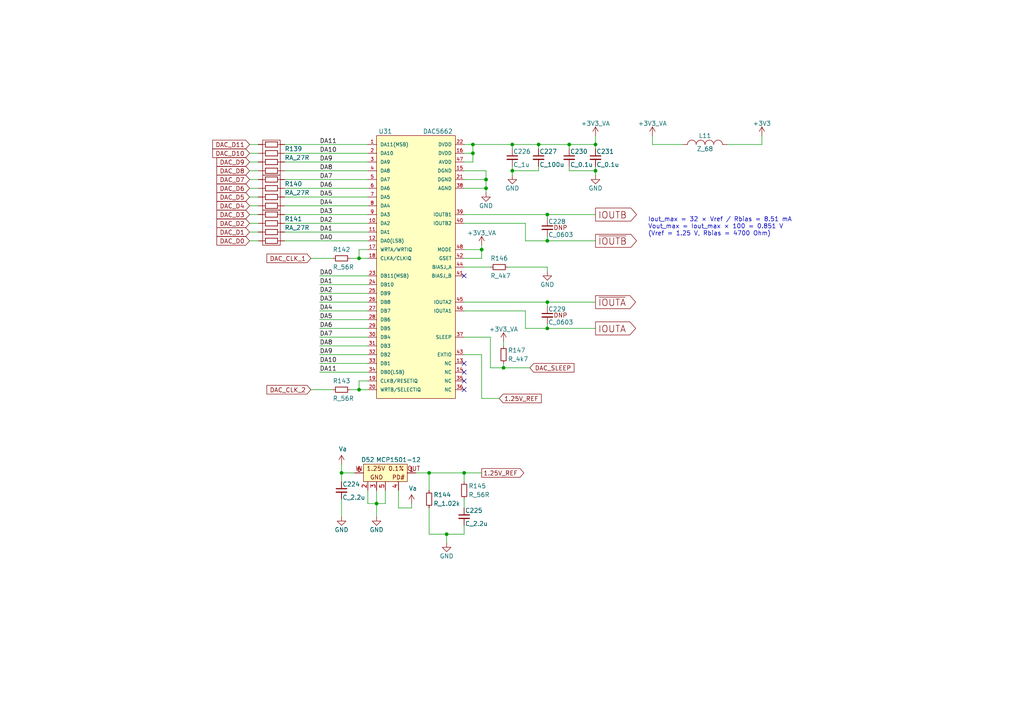
<source format=kicad_sch>
(kicad_sch (version 20250114) (generator "eeschema") (generator_version "9.0")
  (paper "A4")
  (title_block (rev "v2") (comment 1 "Copyright Dejan Priversek 2017"))
  (lib_symbols
    (symbol "GND_1" (power) (pin_names (offset 0))
      (property "Value" "GND" (at 0 -3.81 0))
      (symbol "GND_1_0_1"
        (polyline (pts (xy 0 0) (xy 0 -1.27) (xy 1.27 -1.27) (xy 0 -2.54) (xy -1.27 -1.27) (xy 0 -1.27)))
      )
      (symbol "GND_1_1_1"
        (pin power_in line (at 0 0 270) (length 0) (hide yes) (name "GND") (number "1"))
      )
    )
    (symbol "GND_10" (power) (pin_names (offset 0))
      (property "Value" "GND" (at 0 -3.81 0))
      (symbol "GND_10_0_1"
        (polyline (pts (xy 0 0) (xy 0 -1.27) (xy 1.27 -1.27) (xy 0 -2.54) (xy -1.27 -1.27) (xy 0 -1.27)))
      )
      (symbol "GND_10_1_1"
        (pin power_in line (at 0 0 270) (length 0) (hide yes) (name "GND") (number "1"))
      )
    )
    (symbol "GND_11" (power) (pin_names (offset 0))
      (property "Value" "GND" (at 0 -3.81 0))
      (symbol "GND_11_0_1"
        (polyline (pts (xy 0 0) (xy 0 -1.27) (xy 1.27 -1.27) (xy 0 -2.54) (xy -1.27 -1.27) (xy 0 -1.27)))
      )
      (symbol "GND_11_1_1"
        (pin power_in line (at 0 0 270) (length 0) (hide yes) (name "GND") (number "1"))
      )
    )
    (symbol "GND_12" (power) (pin_names (offset 0))
      (property "Value" "GND" (at 0 -3.81 0))
      (symbol "GND_12_0_1"
        (polyline (pts (xy 0 0) (xy 0 -1.27) (xy 1.27 -1.27) (xy 0 -2.54) (xy -1.27 -1.27) (xy 0 -1.27)))
      )
      (symbol "GND_12_1_1"
        (pin power_in line (at 0 0 270) (length 0) (hide yes) (name "GND") (number "1"))
      )
    )
    (symbol "GND_13" (power) (pin_names (offset 0))
      (property "Value" "GND" (at 0 -3.81 0))
      (symbol "GND_13_0_1"
        (polyline (pts (xy 0 0) (xy 0 -1.27) (xy 1.27 -1.27) (xy 0 -2.54) (xy -1.27 -1.27) (xy 0 -1.27)))
      )
      (symbol "GND_13_1_1"
        (pin power_in line (at 0 0 270) (length 0) (hide yes) (name "GND") (number "1"))
      )
    )
    (symbol "GND_14" (power) (pin_names (offset 0))
      (property "Value" "GND" (at 0 -3.81 0))
      (symbol "GND_14_0_1"
        (polyline (pts (xy 0 0) (xy 0 -1.27) (xy 1.27 -1.27) (xy 0 -2.54) (xy -1.27 -1.27) (xy 0 -1.27)))
      )
      (symbol "GND_14_1_1"
        (pin power_in line (at 0 0 270) (length 0) (hide yes) (name "GND") (number "1"))
      )
    )
    (symbol "GND_2" (power) (pin_names (offset 0))
      (property "Value" "GND" (at 0 -3.81 0))
      (symbol "GND_2_0_1"
        (polyline (pts (xy 0 0) (xy 0 -1.27) (xy 1.27 -1.27) (xy 0 -2.54) (xy -1.27 -1.27) (xy 0 -1.27)))
      )
      (symbol "GND_2_1_1"
        (pin power_in line (at 0 0 270) (length 0) (hide yes) (name "GND") (number "1"))
      )
    )
    (symbol "GND_3" (power) (pin_names (offset 0))
      (property "Value" "GND" (at 0 -3.81 0))
      (symbol "GND_3_0_1"
        (polyline (pts (xy 0 0) (xy 0 -1.27) (xy 1.27 -1.27) (xy 0 -2.54) (xy -1.27 -1.27) (xy 0 -1.27)))
      )
      (symbol "GND_3_1_1"
        (pin power_in line (at 0 0 270) (length 0) (hide yes) (name "GND") (number "1"))
      )
    )
    (symbol "GND_4" (power) (pin_names (offset 0))
      (property "Value" "GND" (at 0 -3.81 0))
      (symbol "GND_4_0_1"
        (polyline (pts (xy 0 0) (xy 0 -1.27) (xy 1.27 -1.27) (xy 0 -2.54) (xy -1.27 -1.27) (xy 0 -1.27)))
      )
      (symbol "GND_4_1_1"
        (pin power_in line (at 0 0 270) (length 0) (hide yes) (name "GND") (number "1"))
      )
    )
    (symbol "GND_5" (power) (pin_names (offset 0))
      (property "Value" "GND" (at 0 -3.81 0))
      (symbol "GND_5_0_1"
        (polyline (pts (xy 0 0) (xy 0 -1.27) (xy 1.27 -1.27) (xy 0 -2.54) (xy -1.27 -1.27) (xy 0 -1.27)))
      )
      (symbol "GND_5_1_1"
        (pin power_in line (at 0 0 270) (length 0) (hide yes) (name "GND") (number "1"))
      )
    )
    (symbol "GND_6" (power) (pin_names (offset 0))
      (property "Value" "GND" (at 0 -3.81 0))
      (symbol "GND_6_0_1"
        (polyline (pts (xy 0 0) (xy 0 -1.27) (xy 1.27 -1.27) (xy 0 -2.54) (xy -1.27 -1.27) (xy 0 -1.27)))
      )
      (symbol "GND_6_1_1"
        (pin power_in line (at 0 0 270) (length 0) (hide yes) (name "GND") (number "1"))
      )
    )
    (symbol "GND_7" (power) (pin_names (offset 0))
      (property "Value" "GND" (at 0 -3.81 0))
      (symbol "GND_7_0_1"
        (polyline (pts (xy 0 0) (xy 0 -1.27) (xy 1.27 -1.27) (xy 0 -2.54) (xy -1.27 -1.27) (xy 0 -1.27)))
      )
      (symbol "GND_7_1_1"
        (pin power_in line (at 0 0 270) (length 0) (hide yes) (name "GND") (number "1"))
      )
    )
    (symbol "GND_8" (power) (pin_names (offset 0))
      (property "Value" "GND" (at 0 -3.81 0))
      (symbol "GND_8_0_1"
        (polyline (pts (xy 0 0) (xy 0 -1.27) (xy 1.27 -1.27) (xy 0 -2.54) (xy -1.27 -1.27) (xy 0 -1.27)))
      )
      (symbol "GND_8_1_1"
        (pin power_in line (at 0 0 270) (length 0) (hide yes) (name "GND") (number "1"))
      )
    )
    (symbol "GND_9" (power) (pin_names (offset 0))
      (property "Value" "GND" (at 0 -3.81 0))
      (symbol "GND_9_0_1"
        (polyline (pts (xy 0 0) (xy 0 -1.27) (xy 1.27 -1.27) (xy 0 -2.54) (xy -1.27 -1.27) (xy 0 -1.27)))
      )
      (symbol "GND_9_1_1"
        (pin power_in line (at 0 0 270) (length 0) (hide yes) (name "GND") (number "1"))
      )
    )
    (symbol "ScopefunParts:+3.3V" (power) (pin_names (offset 0))
      (property "Value" "+3.3V" (at 0 3.556 0))
      (symbol "+3.3V_0_1"
        (polyline (pts (xy -0.762 1.27) (xy 0 2.54)))
        (polyline (pts (xy 0 2.54) (xy 0.762 1.27)))
        (polyline (pts (xy 0 0) (xy 0 2.54)))
      )
      (symbol "+3.3V_1_1"
        (pin power_in line (at 0 0 90) (length 0) (hide yes) (name "+3V3") (number "1"))
      )
    )
    (symbol "ScopefunParts:+3.3V_VA" (power) (pin_names (offset 0))
      (property "Value" "+3.3V_VA" (at 0 3.556 0))
      (symbol "+3.3V_VA_0_1"
        (polyline (pts (xy -0.762 1.27) (xy 0 2.54)))
        (polyline (pts (xy 0 2.54) (xy 0.762 1.27)))
        (polyline (pts (xy 0 0) (xy 0 2.54)))
      )
      (symbol "+3.3V_VA_1_1"
        (pin power_in line (at 0 0 90) (length 0) (hide yes) (name "+3V3_VA") (number "1"))
      )
    )
    (symbol "ScopefunParts:+Va" (power) (pin_names (offset 0))
      (property "Value" "+Va" (at 0 3.556 0))
      (symbol "+Va_0_1"
        (polyline (pts (xy -0.762 1.27) (xy 0 2.54)))
        (polyline (pts (xy 0 2.54) (xy 0.762 1.27)))
        (polyline (pts (xy 0 0) (xy 0 2.54)))
      )
      (symbol "+Va_1_1"
        (pin power_in line (at 0 0 90) (length 0) (hide yes) (name "Va") (number "1"))
      )
    )
    (symbol "ScopefunParts:C_0.1u" (pin_numbers (hide yes)) (pin_names (offset 0.254) (hide yes))
      (property "Reference" "C" (at 0.254 1.778 0))
      (property "Value" "C_0.1u" (at 0.254 -2.032 0))
      (symbol "C_0.1u_0_1"
        (polyline (pts (xy -1.524 0.508) (xy 1.524 0.508)) (stroke (width 0.3048)))
        (polyline (pts (xy -1.524 -0.508) (xy 1.524 -0.508)) (stroke (width 0.3302)))
      )
      (symbol "C_0.1u_1_1"
        (pin passive line (at 0 2.54 270) (length 1.905) (name "~") (number "1"))
        (pin passive line (at 0 -2.54 90) (length 2.032) (name "~") (number "2"))
      )
    )
    (symbol "ScopefunParts:C_0603" (pin_numbers (hide yes)) (pin_names (offset 0.254) (hide yes))
      (property "Reference" "C" (at 0.254 1.778 0))
      (property "Value" "C_0603" (at 0.254 -2.032 0))
      (symbol "C_0603_0_0"
        (text "DNP" (at 3.81 0 0) (effects (font (size 1.27 1.27))))
      )
      (symbol "C_0603_0_1"
        (polyline (pts (xy -1.524 0.508) (xy 1.524 0.508)) (stroke (width 0.3048)))
        (polyline (pts (xy -1.524 -0.508) (xy 1.524 -0.508)) (stroke (width 0.3302)))
      )
      (symbol "C_0603_1_1"
        (pin passive line (at 0 2.54 270) (length 1.905) (name "~") (number "1"))
        (pin passive line (at 0 -2.54 90) (length 2.032) (name "~") (number "2"))
      )
    )
    (symbol "ScopefunParts:C_100u" (pin_numbers (hide yes)) (pin_names (offset 0.254) (hide yes))
      (property "Reference" "C" (at 0.254 1.778 0))
      (property "Value" "C_100u" (at 0.254 -2.032 0))
      (symbol "C_100u_0_1"
        (polyline (pts (xy -1.524 0.508) (xy 1.524 0.508)) (stroke (width 0.3048)))
        (polyline (pts (xy -1.524 -0.508) (xy 1.524 -0.508)) (stroke (width 0.3302)))
      )
      (symbol "C_100u_1_1"
        (pin passive line (at 0 2.54 270) (length 1.905) (name "~") (number "1"))
        (pin passive line (at 0 -2.54 90) (length 2.032) (name "~") (number "2"))
      )
    )
    (symbol "ScopefunParts:C_1u" (pin_numbers (hide yes)) (pin_names (offset 0.254) (hide yes))
      (property "Reference" "C" (at 0.254 1.778 0))
      (property "Value" "C_1u" (at 0.254 -2.032 0))
      (symbol "C_1u_0_1"
        (polyline (pts (xy -1.524 0.508) (xy 1.524 0.508)) (stroke (width 0.3048)))
        (polyline (pts (xy -1.524 -0.508) (xy 1.524 -0.508)) (stroke (width 0.3302)))
      )
      (symbol "C_1u_1_1"
        (pin passive line (at 0 2.54 270) (length 1.905) (name "~") (number "1"))
        (pin passive line (at 0 -2.54 90) (length 2.032) (name "~") (number "2"))
      )
    )
    (symbol "ScopefunParts:C_2.2u" (pin_numbers (hide yes)) (pin_names (offset 0.254) (hide yes))
      (property "Reference" "C" (at 0.254 1.778 0))
      (property "Value" "C_2.2u" (at 0.254 -2.032 0))
      (symbol "C_2.2u_0_1"
        (polyline (pts (xy -1.524 0.508) (xy 1.524 0.508)) (stroke (width 0.3048)))
        (polyline (pts (xy -1.524 -0.508) (xy 1.524 -0.508)) (stroke (width 0.3302)))
      )
      (symbol "C_2.2u_1_1"
        (pin passive line (at 0 2.54 270) (length 1.905) (name "~") (number "1"))
        (pin passive line (at 0 -2.54 90) (length 2.032) (name "~") (number "2"))
      )
    )
    (symbol "ScopefunParts:DAC5662" (pin_names (offset 1.016))
      (property "Reference" "U" (at -8.89 34.29 0))
      (property "Value" "DAC5662" (at 6.35 34.29 0))
      (symbol "DAC5662_1_1"
        (rectangle (start -11.43 33.02) (end 11.43 -43.18) (fill (type background)))
        (pin input line (at -13.97 30.48 0) (length 2.54) (name "DA11(MSB)") (number "1"))
        (pin input line (at -13.97 27.94 0) (length 2.54) (name "DA10") (number "2"))
        (pin input line (at -13.97 25.4 0) (length 2.54) (name "DA9") (number "3"))
        (pin input line (at -13.97 22.86 0) (length 2.54) (name "DA8") (number "4"))
        (pin input line (at -13.97 20.32 0) (length 2.54) (name "DA7") (number "5"))
        (pin input line (at -13.97 17.78 0) (length 2.54) (name "DA6") (number "6"))
        (pin input line (at -13.97 15.24 0) (length 2.54) (name "DA5") (number "7"))
        (pin input line (at -13.97 12.7 0) (length 2.54) (name "DA4") (number "8"))
        (pin input line (at -13.97 10.16 0) (length 2.54) (name "DA3") (number "9"))
        (pin input line (at -13.97 7.62 0) (length 2.54) (name "DA2") (number "10"))
        (pin input line (at -13.97 5.08 0) (length 2.54) (name "DA1") (number "11"))
        (pin input line (at -13.97 2.54 0) (length 2.54) (name "DA0(LSB)") (number "12"))
        (pin input line (at -13.97 0 0) (length 2.54) (name "WRTA/WRTIQ") (number "17"))
        (pin input line (at -13.97 -2.54 0) (length 2.54) (name "CLKA/CLKIQ") (number "18"))
        (pin input line (at -13.97 -7.62 0) (length 2.54) (name "DB11(MSB)") (number "23"))
        (pin input line (at -13.97 -10.16 0) (length 2.54) (name "DB10") (number "24"))
        (pin input line (at -13.97 -12.7 0) (length 2.54) (name "DB9") (number "25"))
        (pin input line (at -13.97 -15.24 0) (length 2.54) (name "DB8") (number "26"))
        (pin input line (at -13.97 -17.78 0) (length 2.54) (name "DB7") (number "27"))
        (pin input line (at -13.97 -20.32 0) (length 2.54) (name "DB6") (number "28"))
        (pin input line (at -13.97 -22.86 0) (length 2.54) (name "DB5") (number "29"))
        (pin input line (at -13.97 -25.4 0) (length 2.54) (name "DB4") (number "30"))
        (pin input line (at -13.97 -27.94 0) (length 2.54) (name "DB3") (number "31"))
        (pin input line (at -13.97 -30.48 0) (length 2.54) (name "DB2") (number "32"))
        (pin input line (at -13.97 -33.02 0) (length 2.54) (name "DB1") (number "33"))
        (pin input line (at -13.97 -35.56 0) (length 2.54) (name "DB0(LSB)") (number "34"))
        (pin input line (at -13.97 -38.1 0) (length 2.54) (name "CLKB/RESETIQ") (number "19"))
        (pin input line (at -13.97 -40.64 0) (length 2.54) (name "WRTB/SELECTIQ") (number "20"))
        (pin power_in line (at 13.97 30.48 180) (length 2.54) (name "DVDD") (number "22"))
        (pin power_in line (at 13.97 27.94 180) (length 2.54) (name "DVDD") (number "16"))
        (pin power_in line (at 13.97 25.4 180) (length 2.54) (name "AVDD") (number "47"))
        (pin power_in line (at 13.97 22.86 180) (length 2.54) (name "DGND") (number "15"))
        (pin power_in line (at 13.97 20.32 180) (length 2.54) (name "DGND") (number "21"))
        (pin power_in line (at 13.97 17.78 180) (length 2.54) (name "AGND") (number "38"))
        (pin output line (at 13.97 10.16 180) (length 2.54) (name "IOUTB1") (number "39"))
        (pin output line (at 13.97 7.62 180) (length 2.54) (name "IOUTB2") (number "40"))
        (pin input line (at 13.97 0 180) (length 2.54) (name "MODE") (number "48"))
        (pin input line (at 13.97 -2.54 180) (length 2.54) (name "GSET") (number "42"))
        (pin input line (at 13.97 -5.08 180) (length 2.54) (name "BIASJ_A") (number "44"))
        (pin input line (at 13.97 -7.62 180) (length 2.54) (name "BIASJ_B") (number "41"))
        (pin output line (at 13.97 -15.24 180) (length 2.54) (name "IOUTA2") (number "45"))
        (pin output line (at 13.97 -17.78 180) (length 2.54) (name "IOUTA1") (number "46"))
        (pin input line (at 13.97 -25.4 180) (length 2.54) (name "SLEEP") (number "37"))
        (pin bidirectional line (at 13.97 -30.48 180) (length 2.54) (name "EXTIO") (number "43"))
        (pin unspecified line (at 13.97 -33.02 180) (length 2.54) (name "NC") (number "13"))
        (pin unspecified line (at 13.97 -35.56 180) (length 2.54) (name "NC") (number "14"))
        (pin unspecified line (at 13.97 -38.1 180) (length 2.54) (name "NC") (number "35"))
        (pin unspecified line (at 13.97 -40.64 180) (length 2.54) (name "NC") (number "36"))
      )
    )
    (symbol "ScopefunParts:MCP1501-12" (pin_names (offset 0) (hide yes))
      (property "Reference" "D" (at -5.08 3.81 0))
      (property "Value" "MCP1501-12" (at 3.81 3.81 0))
      (symbol "MCP1501-12_0_0"
        (text "IN" (at -7.62 1.27 0) (effects (font (size 1.27 1.27))))
        (text "GND" (at -2.54 -1.27 0) (effects (font (size 1.1938 1.1938))))
        (text "1.25V 0.1%" (at 0 1.27 0) (effects (font (size 1.27 1.27))))
        (text "PD#" (at 3.81 -1.27 0) (effects (font (size 1.1938 1.1938))))
        (text "OUT" (at 6.35 1.27 0) (effects (font (size 1.27 1.27)) (justify left)))
      )
      (symbol "MCP1501-12_0_1"
        (rectangle (start -6.35 2.54) (end 6.35 -2.54) (fill (type background)))
      )
      (symbol "MCP1501-12_1_1"
        (pin power_in line (at -8.89 0 0) (length 2.54) (name "VDD") (number "6"))
        (pin power_in line (at -5.08 -5.08 90) (length 2.54) (name "GND") (number "2"))
        (pin power_in line (at -2.54 -5.08 90) (length 2.54) (name "GND") (number "3"))
        (pin power_in line (at 0 -5.08 90) (length 2.54) (name "GND") (number "5"))
        (pin power_in line (at 3.81 -5.08 90) (length 2.54) (name "SHDN#") (number "4"))
        (pin output line (at 8.89 0 180) (length 2.54) (name "OUT") (number "1"))
      )
    )
    (symbol "ScopefunParts:RA_27R" (pin_numbers (hide yes)) (pin_names (offset 0.254) (hide yes))
      (property "Reference" "R" (at 3.175 5.08 0))
      (property "Value" "RA_27R" (at 3.175 2.54 0))
      (symbol "RA_27R_0_1"
        (rectangle (start -2.54 5.08) (end 2.54 -5.08))
        (polyline (pts (xy -1.905 3.81) (xy -2.54 3.81)))
        (polyline (pts (xy -1.905 1.27) (xy -2.54 1.27)))
        (polyline (pts (xy -1.905 -1.27) (xy -2.54 -1.27)))
        (polyline (pts (xy -1.905 -3.81) (xy -2.54 -3.81)))
        (rectangle (start -1.778 4.572) (end 1.778 3.048) (stroke (width 0.2032)))
        (rectangle (start -1.778 2.032) (end 1.778 0.508) (stroke (width 0.2032)))
        (rectangle (start -1.778 -0.508) (end 1.778 -2.032) (stroke (width 0.2032)))
        (rectangle (start -1.778 -3.048) (end 1.778 -4.572) (stroke (width 0.2032)))
        (polyline (pts (xy 1.905 -1.27) (xy 3.175 -1.27) (xy 2.54 -1.27)))
        (polyline (pts (xy 1.905 -3.81) (xy 2.54 -3.81)))
        (polyline (pts (xy 2.54 3.81) (xy 1.905 3.81)))
        (polyline (pts (xy 2.54 1.27) (xy 1.905 1.27)))
      )
      (symbol "RA_27R_1_1"
        (pin passive line (at -3.81 3.81 0) (length 1.27) (name "~") (number "8"))
        (pin passive line (at -3.81 1.27 0) (length 1.27) (name "~") (number "7"))
        (pin passive line (at -3.81 -1.27 0) (length 1.27) (name "~") (number "6"))
        (pin passive line (at -3.81 -3.81 0) (length 1.27) (name "~") (number "5"))
        (pin passive line (at 3.81 3.81 180) (length 1.27) (name "~") (number "1"))
        (pin passive line (at 3.81 1.27 180) (length 1.27) (name "~") (number "2"))
        (pin passive line (at 3.81 -1.27 180) (length 1.27) (name "~") (number "3"))
        (pin passive line (at 3.81 -3.81 180) (length 1.27) (name "~") (number "4"))
      )
    )
    (symbol "ScopefunParts:R_1.02k" (pin_numbers (hide yes)) (pin_names (offset 0.254) (hide yes))
      (property "Reference" "R" (at 1.27 1.27 0))
      (property "Value" "R_1.02k" (at 1.27 -1.27 0))
      (symbol "R_1.02k_0_1"
        (rectangle (start -0.762 1.778) (end 0.762 -1.778) (stroke (width 0.2032)))
      )
      (symbol "R_1.02k_1_1"
        (pin passive line (at 0 2.54 270) (length 0.762) (name "~") (number "1"))
        (pin passive line (at 0 -2.54 90) (length 0.762) (name "~") (number "2"))
      )
    )
    (symbol "ScopefunParts:R_4k7" (pin_numbers (hide yes)) (pin_names (offset 0.254) (hide yes))
      (property "Reference" "R" (at 1.27 1.27 0))
      (property "Value" "R_4k7" (at 1.27 -1.27 0))
      (symbol "R_4k7_0_1"
        (rectangle (start -0.762 1.778) (end 0.762 -1.778) (stroke (width 0.2032)))
      )
      (symbol "R_4k7_1_1"
        (pin passive line (at 0 2.54 270) (length 0.762) (name "~") (number "1"))
        (pin passive line (at 0 -2.54 90) (length 0.762) (name "~") (number "2"))
      )
    )
    (symbol "ScopefunParts:R_56R" (pin_numbers (hide yes)) (pin_names (offset 0.254) (hide yes))
      (property "Reference" "R" (at 1.27 1.27 0))
      (property "Value" "R_56R" (at 1.27 -1.27 0))
      (symbol "R_56R_0_1"
        (rectangle (start -0.762 1.778) (end 0.762 -1.778) (stroke (width 0.2032)))
      )
      (symbol "R_56R_1_1"
        (pin passive line (at 0 2.54 270) (length 0.762) (name "~") (number "1"))
        (pin passive line (at 0 -2.54 90) (length 0.762) (name "~") (number "2"))
      )
    )
    (symbol "ScopefunParts:Z_68" (pin_numbers (hide yes)) (pin_names (offset 0) (hide yes))
      (property "Reference" "L" (at 0 2.54 0))
      (property "Value" "Z_68" (at 0 -1.27 0))
      (symbol "Z_68_0_1"
        (arc (start -5.08 0) (mid -3.81 1.27) (end -2.54 0))
        (arc (start -2.54 0) (mid -1.27 1.27) (end 0 0))
        (arc (start 0 0) (mid 1.27 1.27) (end 2.54 0))
        (arc (start 2.54 0) (mid 3.81 1.27) (end 5.08 0))
      )
      (symbol "Z_68_1_1"
        (pin passive line (at -6.35 0 0) (length 1.27) (name "1") (number "1"))
        (pin passive line (at 6.35 0 180) (length 1.27) (name "2") (number "2"))
      )
    )
  )
  (text "Iout_max = 32 × Vref / Rbias = 8.51 mA\nVout_max = Iout_max × 100 = 0.851 V\n(Vref = 1.25 V, Rbias = 4700 Ohm)" (at 187.96 68.58 0) (effects (font (size 1.27 1.27)) (justify left bottom)))
  (junction (at 104.14 113.03))
  (junction (at 146.05 106.68))
  (junction (at 148.59 49.53))
  (junction (at 129.54 154.94))
  (junction (at 148.59 41.91))
  (junction (at 158.75 62.23))
  (junction (at 104.14 74.93))
  (junction (at 158.75 69.85))
  (junction (at 172.72 49.53))
  (junction (at 158.75 95.25))
  (junction (at 137.16 41.91))
  (junction (at 165.1 41.91))
  (junction (at 109.22 146.05))
  (junction (at 158.75 87.63))
  (junction (at 137.16 44.45))
  (junction (at 156.21 41.91))
  (junction (at 140.97 54.61))
  (junction (at 99.06 137.16))
  (junction (at 172.72 41.91))
  (junction (at 134.62 137.16))
  (junction (at 139.7 72.39))
  (junction (at 124.46 137.16))
  (junction (at 140.97 52.07))
  (no_connect (at 134.62 110.49))
  (no_connect (at 134.62 107.95))
  (no_connect (at 134.62 113.03))
  (no_connect (at 134.62 80.01))
  (no_connect (at 134.62 105.41))
  (wire (pts (xy 148.59 41.91) (xy 156.21 41.91)))
  (wire (pts (xy 92.71 80.01) (xy 106.68 80.01)))
  (wire (pts (xy 137.16 41.91) (xy 137.16 44.45)))
  (wire (pts (xy 172.72 48.26) (xy 172.72 49.53)))
  (wire (pts (xy 158.75 93.98) (xy 158.75 95.25)))
  (wire (pts (xy 111.76 146.05) (xy 111.76 142.24)))
  (wire (pts (xy 115.57 142.24) (xy 115.57 147.32)))
  (wire (pts (xy 172.72 49.53) (xy 172.72 50.8)))
  (wire (pts (xy 72.39 49.53) (xy 74.93 49.53)))
  (wire (pts (xy 134.62 52.07) (xy 140.97 52.07)))
  (wire (pts (xy 92.71 92.71) (xy 106.68 92.71)))
  (wire (pts (xy 139.7 102.87) (xy 139.7 115.57)))
  (wire (pts (xy 156.21 41.91) (xy 165.1 41.91)))
  (wire (pts (xy 106.68 72.39) (xy 104.14 72.39)))
  (wire (pts (xy 82.55 64.77) (xy 106.68 64.77)))
  (wire (pts (xy 119.38 147.32) (xy 119.38 146.05)))
  (wire (pts (xy 134.62 54.61) (xy 140.97 54.61)))
  (wire (pts (xy 72.39 59.69) (xy 74.93 59.69)))
  (wire (pts (xy 92.71 100.33) (xy 106.68 100.33)))
  (wire (pts (xy 148.59 48.26) (xy 148.59 49.53)))
  (wire (pts (xy 82.55 41.91) (xy 106.68 41.91)))
  (wire (pts (xy 139.7 74.93) (xy 134.62 74.93)))
  (wire (pts (xy 72.39 41.91) (xy 74.93 41.91)))
  (wire (pts (xy 148.59 41.91) (xy 148.59 43.18)))
  (wire (pts (xy 92.71 105.41) (xy 106.68 105.41)))
  (wire (pts (xy 142.24 106.68) (xy 146.05 106.68)))
  (wire (pts (xy 101.6 74.93) (xy 104.14 74.93)))
  (wire (pts (xy 134.62 87.63) (xy 158.75 87.63)))
  (wire (pts (xy 140.97 49.53) (xy 140.97 52.07)))
  (wire (pts (xy 72.39 54.61) (xy 74.93 54.61)))
  (wire (pts (xy 120.65 137.16) (xy 124.46 137.16)))
  (wire (pts (xy 106.68 146.05) (xy 109.22 146.05)))
  (wire (pts (xy 124.46 137.16) (xy 134.62 137.16)))
  (wire (pts (xy 129.54 154.94) (xy 134.62 154.94)))
  (wire (pts (xy 140.97 54.61) (xy 140.97 55.88)))
  (wire (pts (xy 148.59 49.53) (xy 148.59 50.8)))
  (wire (pts (xy 172.72 39.37) (xy 172.72 41.91)))
  (wire (pts (xy 129.54 157.48) (xy 129.54 154.94)))
  (wire (pts (xy 146.05 106.68) (xy 153.67 106.68)))
  (wire (pts (xy 82.55 69.85) (xy 106.68 69.85)))
  (wire (pts (xy 142.24 97.79) (xy 142.24 106.68)))
  (wire (pts (xy 137.16 44.45) (xy 137.16 46.99)))
  (wire (pts (xy 158.75 69.85) (xy 172.72 69.85)))
  (wire (pts (xy 92.71 90.17) (xy 106.68 90.17)))
  (wire (pts (xy 134.62 137.16) (xy 139.7 137.16)))
  (wire (pts (xy 124.46 142.24) (xy 124.46 137.16)))
  (wire (pts (xy 104.14 74.93) (xy 106.68 74.93)))
  (wire (pts (xy 109.22 146.05) (xy 109.22 149.86)))
  (wire (pts (xy 137.16 41.91) (xy 148.59 41.91)))
  (wire (pts (xy 134.62 144.78) (xy 134.62 147.32)))
  (wire (pts (xy 158.75 87.63) (xy 172.72 87.63)))
  (wire (pts (xy 152.4 69.85) (xy 158.75 69.85)))
  (wire (pts (xy 82.55 49.53) (xy 106.68 49.53)))
  (wire (pts (xy 134.62 139.7) (xy 134.62 137.16)))
  (wire (pts (xy 82.55 46.99) (xy 106.68 46.99)))
  (wire (pts (xy 82.55 67.31) (xy 106.68 67.31)))
  (wire (pts (xy 92.71 97.79) (xy 106.68 97.79)))
  (wire (pts (xy 106.68 110.49) (xy 104.14 110.49)))
  (wire (pts (xy 72.39 69.85) (xy 74.93 69.85)))
  (wire (pts (xy 139.7 72.39) (xy 139.7 74.93)))
  (wire (pts (xy 101.6 113.03) (xy 104.14 113.03)))
  (wire (pts (xy 165.1 41.91) (xy 165.1 43.18)))
  (wire (pts (xy 92.71 95.25) (xy 106.68 95.25)))
  (wire (pts (xy 72.39 44.45) (xy 74.93 44.45)))
  (wire (pts (xy 146.05 99.06) (xy 146.05 100.33)))
  (wire (pts (xy 82.55 52.07) (xy 106.68 52.07)))
  (wire (pts (xy 158.75 95.25) (xy 172.72 95.25)))
  (wire (pts (xy 92.71 82.55) (xy 106.68 82.55)))
  (wire (pts (xy 156.21 49.53) (xy 156.21 48.26)))
  (wire (pts (xy 96.52 74.93) (xy 90.17 74.93)))
  (wire (pts (xy 72.39 64.77) (xy 74.93 64.77)))
  (wire (pts (xy 104.14 113.03) (xy 106.68 113.03)))
  (wire (pts (xy 99.06 137.16) (xy 99.06 139.7)))
  (wire (pts (xy 92.71 107.95) (xy 106.68 107.95)))
  (wire (pts (xy 134.62 77.47) (xy 142.24 77.47)))
  (wire (pts (xy 99.06 137.16) (xy 102.87 137.16)))
  (wire (pts (xy 104.14 72.39) (xy 104.14 74.93)))
  (wire (pts (xy 134.62 154.94) (xy 134.62 152.4)))
  (wire (pts (xy 72.39 57.15) (xy 74.93 57.15)))
  (wire (pts (xy 158.75 78.74) (xy 158.75 77.47)))
  (wire (pts (xy 189.23 41.91) (xy 198.12 41.91)))
  (wire (pts (xy 92.71 102.87) (xy 106.68 102.87)))
  (wire (pts (xy 134.62 64.77) (xy 152.4 64.77)))
  (wire (pts (xy 156.21 49.53) (xy 148.59 49.53)))
  (wire (pts (xy 124.46 147.32) (xy 124.46 154.94)))
  (wire (pts (xy 139.7 71.12) (xy 139.7 72.39)))
  (wire (pts (xy 139.7 102.87) (xy 134.62 102.87)))
  (wire (pts (xy 220.98 39.37) (xy 220.98 41.91)))
  (wire (pts (xy 142.24 97.79) (xy 134.62 97.79)))
  (wire (pts (xy 172.72 41.91) (xy 172.72 43.18)))
  (wire (pts (xy 189.23 39.37) (xy 189.23 41.91)))
  (wire (pts (xy 104.14 110.49) (xy 104.14 113.03)))
  (wire (pts (xy 82.55 57.15) (xy 106.68 57.15)))
  (wire (pts (xy 220.98 41.91) (xy 210.82 41.91)))
  (wire (pts (xy 152.4 64.77) (xy 152.4 69.85)))
  (wire (pts (xy 158.75 68.58) (xy 158.75 69.85)))
  (wire (pts (xy 109.22 146.05) (xy 111.76 146.05)))
  (wire (pts (xy 124.46 154.94) (xy 129.54 154.94)))
  (wire (pts (xy 115.57 147.32) (xy 119.38 147.32)))
  (wire (pts (xy 72.39 46.99) (xy 74.93 46.99)))
  (wire (pts (xy 82.55 62.23) (xy 106.68 62.23)))
  (wire (pts (xy 140.97 52.07) (xy 140.97 54.61)))
  (wire (pts (xy 152.4 90.17) (xy 152.4 95.25)))
  (wire (pts (xy 134.62 72.39) (xy 139.7 72.39)))
  (wire (pts (xy 156.21 43.18) (xy 156.21 41.91)))
  (wire (pts (xy 140.97 49.53) (xy 134.62 49.53)))
  (wire (pts (xy 72.39 62.23) (xy 74.93 62.23)))
  (wire (pts (xy 92.71 87.63) (xy 106.68 87.63)))
  (wire (pts (xy 146.05 105.41) (xy 146.05 106.68)))
  (wire (pts (xy 158.75 77.47) (xy 147.32 77.47)))
  (wire (pts (xy 92.71 85.09) (xy 106.68 85.09)))
  (wire (pts (xy 82.55 59.69) (xy 106.68 59.69)))
  (wire (pts (xy 134.62 62.23) (xy 158.75 62.23)))
  (wire (pts (xy 158.75 62.23) (xy 172.72 62.23)))
  (wire (pts (xy 99.06 134.62) (xy 99.06 137.16)))
  (wire (pts (xy 139.7 115.57) (xy 144.78 115.57)))
  (wire (pts (xy 72.39 52.07) (xy 74.93 52.07)))
  (wire (pts (xy 106.68 146.05) (xy 106.68 142.24)))
  (wire (pts (xy 72.39 67.31) (xy 74.93 67.31)))
  (wire (pts (xy 134.62 90.17) (xy 152.4 90.17)))
  (wire (pts (xy 158.75 87.63) (xy 158.75 88.9)))
  (wire (pts (xy 96.52 113.03) (xy 90.17 113.03)))
  (wire (pts (xy 152.4 95.25) (xy 158.75 95.25)))
  (wire (pts (xy 158.75 63.5) (xy 158.75 62.23)))
  (wire (pts (xy 165.1 49.53) (xy 172.72 49.53)))
  (wire (pts (xy 82.55 54.61) (xy 106.68 54.61)))
  (wire (pts (xy 134.62 41.91) (xy 137.16 41.91)))
  (wire (pts (xy 137.16 46.99) (xy 134.62 46.99)))
  (wire (pts (xy 137.16 44.45) (xy 134.62 44.45)))
  (wire (pts (xy 165.1 49.53) (xy 165.1 48.26)))
  (wire (pts (xy 82.55 44.45) (xy 106.68 44.45)))
  (wire (pts (xy 109.22 142.24) (xy 109.22 146.05)))
  (wire (pts (xy 165.1 41.91) (xy 172.72 41.91)))
  (wire (pts (xy 99.06 149.86) (xy 99.06 144.78)))
  (label "DA7" (at 92.71 52.07 0))
  (label "DA5" (at 92.71 92.71 0))
  (label "DA7" (at 92.71 97.79 0))
  (label "DA2" (at 92.71 85.09 0))
  (label "DA0" (at 92.71 80.01 0))
  (label "DA4" (at 92.71 59.69 0))
  (label "DA1" (at 92.71 82.55 0))
  (label "DA8" (at 92.71 49.53 0))
  (label "DA8" (at 92.71 100.33 0))
  (label "DA11" (at 92.71 41.91 0))
  (label "DA5" (at 92.71 57.15 0))
  (label "DA10" (at 92.71 44.45 0))
  (label "DA6" (at 92.71 95.25 0))
  (label "DA0" (at 92.71 69.85 0))
  (label "DA3" (at 92.71 62.23 0))
  (label "DA4" (at 92.71 90.17 0))
  (label "DA1" (at 92.71 67.31 0))
  (label "DA10" (at 92.71 105.41 0))
  (label "DA11" (at 92.71 107.95 0))
  (label "DA9" (at 92.71 102.87 0))
  (label "DA2" (at 92.71 64.77 0))
  (label "DA3" (at 92.71 87.63 0))
  (label "DA6" (at 92.71 54.61 0))
  (label "DA9" (at 92.71 46.99 0))
  (global_label "DAC_D3" (shape input) (at 72.39 62.23 180) (property "Intersheetrefs" "${INTERSHEET_REFS}" (effects (hide yes))))
  (global_label "DAC_D6" (shape input) (at 72.39 54.61 180) (property "Intersheetrefs" "${INTERSHEET_REFS}" (effects (hide yes))))
  (global_label "DAC_D0" (shape input) (at 72.39 69.85 180) (property "Intersheetrefs" "${INTERSHEET_REFS}" (effects (hide yes))))
  (global_label "DAC_D1" (shape input) (at 72.39 67.31 180) (property "Intersheetrefs" "${INTERSHEET_REFS}" (effects (hide yes))))
  (global_label "DAC_D7" (shape input) (at 72.39 52.07 180) (property "Intersheetrefs" "${INTERSHEET_REFS}" (effects (hide yes))))
  (global_label "DAC_D4" (shape input) (at 72.39 59.69 180) (property "Intersheetrefs" "${INTERSHEET_REFS}" (effects (hide yes))))
  (global_label "~{IOUTB}" (shape output) (at 172.72 69.85 0) (effects (font (size 1.905 1.905))) (property "Intersheetrefs" "${INTERSHEET_REFS}" (effects (hide yes))))
  (global_label "IOUTA" (shape output) (at 172.72 95.25 0) (effects (font (size 1.905 1.905))) (property "Intersheetrefs" "${INTERSHEET_REFS}" (effects (hide yes))))
  (global_label "IOUTB" (shape output) (at 172.72 62.23 0) (effects (font (size 1.905 1.905))) (property "Intersheetrefs" "${INTERSHEET_REFS}" (effects (hide yes))))
  (global_label "DAC_D5" (shape input) (at 72.39 57.15 180) (property "Intersheetrefs" "${INTERSHEET_REFS}" (effects (hide yes))))
  (global_label "DAC_SLEEP" (shape input) (at 153.67 106.68 0) (property "Intersheetrefs" "${INTERSHEET_REFS}" (effects (hide yes))))
  (global_label "DAC_D2" (shape input) (at 72.39 64.77 180) (property "Intersheetrefs" "${INTERSHEET_REFS}" (effects (hide yes))))
  (global_label "1.25V_REF" (shape input) (at 144.78 115.57 0) (property "Intersheetrefs" "${INTERSHEET_REFS}" (effects (hide yes))))
  (global_label "DAC_CLK_2" (shape input) (at 90.17 113.03 180) (property "Intersheetrefs" "${INTERSHEET_REFS}" (effects (hide yes))))
  (global_label "DAC_D10" (shape input) (at 72.39 44.45 180) (property "Intersheetrefs" "${INTERSHEET_REFS}" (effects (hide yes))))
  (global_label "DAC_D11" (shape input) (at 72.39 41.91 180) (property "Intersheetrefs" "${INTERSHEET_REFS}" (effects (hide yes))))
  (global_label "~{IOUTA}" (shape output) (at 172.72 87.63 0) (effects (font (size 1.905 1.905))) (property "Intersheetrefs" "${INTERSHEET_REFS}" (effects (hide yes))))
  (global_label "DAC_D8" (shape input) (at 72.39 49.53 180) (property "Intersheetrefs" "${INTERSHEET_REFS}" (effects (hide yes))))
  (global_label "1.25V_REF" (shape output) (at 139.7 137.16 0) (property "Intersheetrefs" "${INTERSHEET_REFS}" (effects (hide yes))))
  (global_label "DAC_D9" (shape input) (at 72.39 46.99 180) (property "Intersheetrefs" "${INTERSHEET_REFS}" (effects (hide yes))))
  (global_label "DAC_CLK_1" (shape input) (at 90.17 74.93 180) (property "Intersheetrefs" "${INTERSHEET_REFS}" (effects (hide yes))))
  (symbol (lib_id "ScopefunParts:DAC5662") (at 120.65 72.39 0) (unit 1)
    (property "Reference" "U31" (at 111.76 38.1 0))
    (property "Value" "DAC5662" (at 127 38.1 0))
    (property "Footprint" "ScopefunPackagesLibrary:S-PQFP-G48" (effects (hide yes)))
    (property "Datasheet" "http://www.ti.com/lit/ds/symlink/dac5662.pdf" (effects (hide yes)))
    (property "MFG Part#" "DAC5662IPFB" (effects (hide yes)))
    (property "Description" "DAC 12 bit 275 MSPS Dual DAC" (effects (hide yes)))
  )
  (symbol (lib_name "GND_12") (lib_id "Scopefun_v2-rescue:GND") (at 140.97 55.88 0) (unit 1)
    (property "Reference" "#PWR0352" (effects (hide yes)))
    (property "Value" "GND" (at 140.97 59.69 0))
  )
  (symbol (lib_id "ScopefunParts:C_0.1u") (at 172.72 45.72 0) (unit 1)
    (property "Reference" "C231" (at 172.974 43.942 0) (effects (justify left)))
    (property "Value" "C_0.1u" (at 172.974 47.752 0) (effects (justify left)))
    (property "Footprint" "ScopefunPackagesLibrary:C_0603" (effects (hide yes)))
    (property "MFG Part#" "C0603C104K4RACTU" (effects (hide yes)))
    (property "Description" "MLCC - SMD/SMT 0603 16V X7R 10%" (effects (hide yes)))
  )
  (symbol (lib_name "GND_13") (lib_id "Scopefun_v2-rescue:GND") (at 148.59 50.8 0) (unit 1)
    (property "Reference" "#PWR0353" (effects (hide yes)))
    (property "Value" "GND" (at 148.59 54.61 0))
  )
  (symbol (lib_id "ScopefunParts:C_0.1u") (at 165.1 45.72 0) (unit 1)
    (property "Reference" "C230" (at 165.354 43.942 0) (effects (justify left)))
    (property "Value" "C_0.1u" (at 165.354 47.752 0) (effects (justify left)))
    (property "Footprint" "ScopefunPackagesLibrary:C_0603" (effects (hide yes)))
    (property "MFG Part#" "C0603C104K4RACTU" (effects (hide yes)))
    (property "Description" "MLCC - SMD/SMT 0603 16V X7R 10%" (effects (hide yes)))
  )
  (symbol (lib_name "GND_11") (lib_id "Scopefun_v2-rescue:GND") (at 158.75 78.74 0) (unit 1)
    (property "Reference" "#PWR0354" (effects (hide yes)))
    (property "Value" "GND" (at 158.75 82.55 0))
  )
  (symbol (lib_id "ScopefunParts:R_4k7") (at 146.05 102.87 0) (unit 1)
    (property "Reference" "R147" (at 147.32 101.6 0) (effects (justify left)))
    (property "Value" "R_4k7" (at 147.32 104.14 0) (effects (justify left)))
    (property "Footprint" "ScopefunPackagesLibrary:R_0603" (effects (hide yes)))
    (property "Datasheet" "http://industrial.panasonic.com/cdbs/www-data/pdf/AOA0000/AOA0000CE2.pdf" (effects (hide yes)))
    (property "MFG Part#" "ERJ-3EKF4701V" (effects (hide yes)))
    (property "Description" "RES SMD 1% 1/10W 0603" (effects (hide yes)))
  )
  (symbol (lib_id "ScopefunParts:C_100u") (at 156.21 45.72 0) (unit 1)
    (property "Reference" "C227" (at 156.464 43.942 0) (effects (justify left)))
    (property "Value" "C_100u" (at 156.464 47.752 0) (effects (justify left)))
    (property "Footprint" "ScopefunPackagesLibrary:C_1210" (effects (hide yes)))
    (property "Datasheet" "http://datasheets.avx.com/cx5r.pdf" (effects (hide yes)))
    (property "MFG Part#" "12106D107MAT2A" (effects (hide yes)))
    (property "Description" "MLCC - SMD/SMT 1210 6.3V X5R 20%" (effects (hide yes)))
  )
  (symbol (lib_name "GND_10") (lib_id "Scopefun_v2-rescue:GND") (at 172.72 50.8 0) (unit 1)
    (property "Reference" "#PWR0355" (effects (hide yes)))
    (property "Value" "GND" (at 172.72 54.61 0))
  )
  (symbol (lib_id "ScopefunParts:+3.3V_VA") (at 189.23 39.37 0) (mirror y) (unit 1)
    (property "Reference" "#PWR0356" (effects (hide yes)))
    (property "Value" "+3V3_VA" (at 189.23 35.814 0))
  )
  (symbol (lib_id "ScopefunParts:+3.3V") (at 220.98 39.37 0) (mirror y) (unit 1)
    (property "Reference" "#PWR0357" (effects (hide yes)))
    (property "Value" "+3V3" (at 220.98 35.814 0))
  )
  (symbol (lib_id "ScopefunParts:+3.3V_VA") (at 172.72 39.37 0) (unit 1)
    (property "Reference" "#PWR0358" (effects (hide yes)))
    (property "Value" "+3V3_VA" (at 172.72 35.814 0))
  )
  (symbol (lib_id "ScopefunParts:+3.3V_VA") (at 139.7 71.12 0) (unit 1)
    (property "Reference" "#PWR0359" (effects (hide yes)))
    (property "Value" "+3V3_VA" (at 139.7 67.564 0))
  )
  (symbol (lib_id "ScopefunParts:+3.3V_VA") (at 146.05 99.06 0) (unit 1)
    (property "Reference" "#PWR0360" (effects (hide yes)))
    (property "Value" "+3V3_VA" (at 146.05 95.504 0))
  )
  (symbol (lib_id "ScopefunParts:C_1u") (at 148.59 45.72 0) (unit 1)
    (property "Reference" "C226" (at 148.844 43.942 0) (effects (justify left)))
    (property "Value" "C_1u" (at 148.844 47.752 0) (effects (justify left)))
    (property "Footprint" "ScopefunPackagesLibrary:C_0603" (effects (hide yes)))
    (property "MFG Part#" "C0603C105K9PACTU" (effects (hide yes)))
    (property "Description" "MLCC - SMD/SMT 0603 6.3V X5R 10%" (effects (hide yes)))
  )
  (symbol (lib_id "ScopefunParts:Z_68") (at 204.47 41.91 0) (unit 1)
    (property "Reference" "L11" (at 204.47 39.37 0))
    (property "Value" "Z_68" (at 204.47 43.18 0))
    (property "Footprint" "ScopefunPackagesLibrary:L_0805" (effects (hide yes)))
    (property "Datasheet" "https://katalog.we-online.com/pbs/datasheet/782853680.pdf" (effects (hide yes)))
    (property "Description" "FERRITE BEAD 68 OHM 0805 R=25m I=3A" (effects (hide yes)))
    (property "MFG Part#" "782853680" (effects (hide yes)))
  )
  (symbol (lib_id "ScopefunParts:+Va") (at 99.06 134.62 0) (unit 1)
    (property "Reference" "#PWR0361" (effects (hide yes)))
    (property "Value" "Va" (at 99.441 130.2258 0))
  )
  (symbol (lib_id "ScopefunParts:+Va") (at 119.38 146.05 0) (unit 1)
    (property "Reference" "#PWR0362" (effects (hide yes)))
    (property "Value" "Va" (at 119.761 141.6558 0))
  )
  (symbol (lib_name "GND_9") (lib_id "Scopefun_v2-rescue:GND") (at 109.22 149.86 0) (unit 1)
    (property "Reference" "#PWR0363" (effects (hide yes)))
    (property "Value" "GND" (at 109.22 153.67 0))
  )
  (symbol (lib_name "GND_8") (lib_id "Scopefun_v2-rescue:GND") (at 99.06 149.86 0) (unit 1)
    (property "Reference" "#PWR0364" (effects (hide yes)))
    (property "Value" "GND" (at 99.06 153.67 0))
  )
  (symbol (lib_id "ScopefunParts:R_1.02k") (at 124.46 144.78 0) (unit 1)
    (property "Reference" "R144" (at 125.73 143.51 0) (effects (justify left)))
    (property "Value" "R_1.02k" (at 125.73 146.05 0) (effects (justify left)))
    (property "Footprint" "ScopefunPackagesLibrary:R_0603" (effects (hide yes)))
    (property "Datasheet" "http://industrial.panasonic.com/cdbs/www-data/pdf/AOA0000/AOA0000CE2.pdf" (effects (hide yes)))
    (property "MFG Part#" "ERJ-3EKF1021V" (effects (hide yes)))
    (property "Description" "RES SMD 1% 1/10W 0603" (effects (hide yes)))
  )
  (symbol (lib_name "GND_14") (lib_id "Scopefun_v2-rescue:GND") (at 129.54 157.48 0) (unit 1)
    (property "Reference" "#PWR0365" (effects (hide yes)))
    (property "Value" "GND" (at 129.54 161.29 0))
  )
  (symbol (lib_id "ScopefunParts:R_56R") (at 134.62 142.24 0) (unit 1)
    (property "Reference" "R145" (at 135.89 140.97 0) (effects (justify left)))
    (property "Value" "R_56R" (at 135.89 143.51 0) (effects (justify left)))
    (property "Footprint" "ScopefunPackagesLibrary:R_0603" (effects (hide yes)))
    (property "Datasheet" "http://industrial.panasonic.com/cdbs/www-data/pdf/AOA0000/AOA0000CE2.pdf" (effects (hide yes)))
    (property "MFG Part#" "ERJ-3EKF56R0V" (effects (hide yes)))
    (property "Description" "RES SMD 1% 1/10W 0603" (effects (hide yes)))
  )
  (symbol (lib_id "ScopefunParts:C_2.2u") (at 99.06 142.24 0) (unit 1)
    (property "Reference" "C224" (at 99.314 140.462 0) (effects (justify left)))
    (property "Value" "C_2.2u" (at 99.314 144.272 0) (effects (justify left)))
    (property "Footprint" "ScopefunPackagesLibrary:C_0603" (effects (hide yes)))
    (property "MFG Part#" "CC0603MRX5R5BB225" (effects (hide yes)))
    (property "Description" "MLCC - SMD/SMT 0603 6.3V X5R 20%" (effects (hide yes)))
  )
  (symbol (lib_id "ScopefunParts:C_2.2u") (at 134.62 149.86 0) (unit 1)
    (property "Reference" "C225" (at 134.874 148.082 0) (effects (justify left)))
    (property "Value" "C_2.2u" (at 134.874 151.892 0) (effects (justify left)))
    (property "Footprint" "ScopefunPackagesLibrary:C_0603" (effects (hide yes)))
    (property "MFG Part#" "CC0603MRX5R5BB225" (effects (hide yes)))
    (property "Description" "MLCC - SMD/SMT 0603 6.3V X5R 20%" (effects (hide yes)))
  )
  (symbol (lib_id "ScopefunParts:MCP1501-12") (at 111.76 137.16 0) (unit 1)
    (property "Reference" "D52" (at 106.68 133.35 0))
    (property "Value" "MCP1501-12" (at 115.57 133.35 0))
    (property "Footprint" "ScopefunPackagesLibrary:SOT23-6" (effects (hide yes)))
    (property "Datasheet" "http://ww1.microchip.com/downloads/en/DeviceDoc/20005474D.pdf" (effects (hide yes)))
    (property "Description" "1.25V High-Precision Buffered Voltage Reference SOT23-6" (effects (hide yes)))
    (property "MFG Part#" "MCP1501T-12E/CHY" (effects (hide yes)))
  )
  (symbol (lib_id "ScopefunParts:R_56R") (at 99.06 74.93 270) (unit 1)
    (property "Reference" "R142" (at 96.52 72.39 90) (effects (justify left)))
    (property "Value" "R_56R" (at 96.52 77.47 90) (effects (justify left)))
    (property "Footprint" "ScopefunPackagesLibrary:R_0603" (effects (hide yes)))
    (property "Datasheet" "http://industrial.panasonic.com/cdbs/www-data/pdf/AOA0000/AOA0000CE2.pdf" (effects (hide yes)))
    (property "MFG Part#" "ERJ-3EKF56R0V" (effects (hide yes)))
    (property "Description" "RES SMD 1% 1/10W 0603" (effects (hide yes)))
  )
  (symbol (lib_id "ScopefunParts:R_56R") (at 99.06 113.03 270) (unit 1)
    (property "Reference" "R143" (at 96.52 110.49 90) (effects (justify left)))
    (property "Value" "R_56R" (at 96.52 115.57 90) (effects (justify left)))
    (property "Footprint" "ScopefunPackagesLibrary:R_0603" (effects (hide yes)))
    (property "Datasheet" "http://industrial.panasonic.com/cdbs/www-data/pdf/AOA0000/AOA0000CE2.pdf" (effects (hide yes)))
    (property "MFG Part#" "ERJ-3EKF56R0V" (effects (hide yes)))
    (property "Description" "RES SMD 1% 1/10W 0603" (effects (hide yes)))
  )
  (symbol (lib_id "ScopefunParts:RA_27R") (at 78.74 45.72 0) (mirror x) (unit 1)
    (property "Reference" "R139" (at 82.55 43.18 0) (effects (justify left)))
    (property "Value" "RA_27R" (at 82.55 45.72 0) (effects (justify left)))
    (property "Footprint" "ScopefunPackagesLibrary:R_CRA06E" (effects (hide yes)))
    (property "Datasheet" "http://www.yageo.com/documents/recent/PYu-YC_TC_group_51_RoHS_L_5.pdf" (effects (hide yes)))
    (property "MFG Part#" "YC164-JR-0727RL" (effects (hide yes)))
    (property "Description" "RES ARRAY SMD 5% 0.063W 3.2mm x 1.5mm" (effects (hide yes)))
  )
  (symbol (lib_id "ScopefunParts:RA_27R") (at 78.74 55.88 0) (mirror x) (unit 1)
    (property "Reference" "R140" (at 82.55 53.34 0) (effects (justify left)))
    (property "Value" "RA_27R" (at 82.55 55.88 0) (effects (justify left)))
    (property "Footprint" "ScopefunPackagesLibrary:R_CRA06E" (effects (hide yes)))
    (property "Datasheet" "http://www.yageo.com/documents/recent/PYu-YC_TC_group_51_RoHS_L_5.pdf" (effects (hide yes)))
    (property "MFG Part#" "YC164-JR-0727RL" (effects (hide yes)))
    (property "Description" "RES ARRAY SMD 5% 0.063W 3.2mm x 1.5mm" (effects (hide yes)))
  )
  (symbol (lib_id "ScopefunParts:RA_27R") (at 78.74 66.04 0) (mirror x) (unit 1)
    (property "Reference" "R141" (at 82.55 63.5 0) (effects (justify left)))
    (property "Value" "RA_27R" (at 82.55 66.04 0) (effects (justify left)))
    (property "Footprint" "ScopefunPackagesLibrary:R_CRA06E" (effects (hide yes)))
    (property "Datasheet" "http://www.yageo.com/documents/recent/PYu-YC_TC_group_51_RoHS_L_5.pdf" (effects (hide yes)))
    (property "MFG Part#" "YC164-JR-0727RL" (effects (hide yes)))
    (property "Description" "RES ARRAY SMD 5% 0.063W 3.2mm x 1.5mm" (effects (hide yes)))
  )
  (symbol (lib_id "ScopefunParts:C_0603") (at 158.75 66.04 0) (unit 1)
    (property "Reference" "C228" (at 159.004 64.262 0) (effects (justify left)))
    (property "Value" "C_0603" (at 159.004 68.072 0) (effects (justify left)))
    (property "Footprint" "ScopefunPackagesLibrary:C_0603" (effects (hide yes)))
    (property "Description" "Not populated" (effects (hide yes)))
  )
  (symbol (lib_id "ScopefunParts:C_0603") (at 158.75 91.44 0) (unit 1)
    (property "Reference" "C229" (at 159.004 89.662 0) (effects (justify left)))
    (property "Value" "C_0603" (at 159.004 93.472 0) (effects (justify left)))
    (property "Footprint" "ScopefunPackagesLibrary:C_0603" (effects (hide yes)))
    (property "Description" "Not populated" (effects (hide yes)))
  )
  (symbol (lib_id "ScopefunParts:R_4k7") (at 144.78 77.47 270) (unit 1)
    (property "Reference" "R146" (at 142.24 74.93 90) (effects (justify left)))
    (property "Value" "R_4k7" (at 142.24 80.01 90) (effects (justify left)))
    (property "Footprint" "ScopefunPackagesLibrary:R_0603" (effects (hide yes)))
    (property "Datasheet" "http://industrial.panasonic.com/cdbs/www-data/pdf/AOA0000/AOA0000CE2.pdf" (effects (hide yes)))
    (property "MFG Part#" "ERJ-3EKF4701V" (effects (hide yes)))
    (property "Description" "RES SMD 1% 1/10W 0603" (effects (hide yes)))
  )
)
</source>
